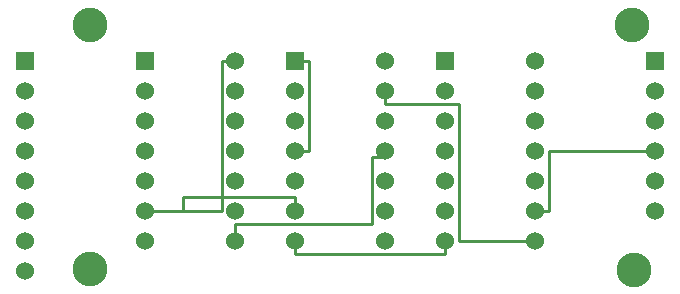
<source format=gbr>
G04 start of page 7 for group 5 idx 5 *
G04 Title: (unknown), bottom *
G04 Creator: pcb 4.2.2 *
G04 CreationDate: Mon Nov 25 01:58:05 2024 UTC *
G04 For: electronics *
G04 Format: Gerber/RS-274X *
G04 PCB-Dimensions (mil): 2500.00 1000.00 *
G04 PCB-Coordinate-Origin: lower left *
%MOIN*%
%FSLAX25Y25*%
%LNBOTTOM*%
%ADD48C,0.0280*%
%ADD47C,0.0380*%
%ADD46C,0.1100*%
%ADD45C,0.1160*%
%ADD44C,0.0600*%
%ADD43C,0.0001*%
%ADD42C,0.0100*%
G54D42*X160000Y20000D02*Y15500D01*
X160000Y15500D02*X110000D01*
X190000Y20000D02*X164500D01*
Y65500D02*Y20000D01*
X114500Y50000D02*X110000D01*
X230000D02*X194500D01*
Y30000D01*
X194500Y30000D02*X190000D01*
X164500Y65500D02*X140000D01*
Y70000D02*Y65500D01*
X140000Y48000D02*X135500D01*
X140000Y50000D02*Y48000D01*
X110000Y20000D02*Y15500D01*
X135500Y48000D02*Y25500D01*
X110000Y34500D02*Y30000D01*
X90000Y25500D02*Y20000D01*
X135500Y25500D02*X90000D01*
X72750Y34500D02*Y30000D01*
X110000Y34500D02*X72750D01*
X85500Y30000D02*X60000D01*
X85500Y80000D02*Y30000D01*
X90000Y80000D02*X85500D01*
X114500D02*X110000D01*
X114500D02*Y50000D01*
G54D43*G36*
X227000Y83000D02*Y77000D01*
X233000D01*
Y83000D01*
X227000D01*
G37*
G54D44*X230000Y70000D03*
Y60000D03*
Y50000D03*
Y40000D03*
Y30000D03*
X20000Y50000D03*
Y40000D03*
Y30000D03*
Y20000D03*
G54D43*G36*
X17000Y83000D02*Y77000D01*
X23000D01*
Y83000D01*
X17000D01*
G37*
G54D44*X20000Y70000D03*
Y60000D03*
Y10000D03*
G54D43*G36*
X57000Y83000D02*Y77000D01*
X63000D01*
Y83000D01*
X57000D01*
G37*
G54D44*X60000Y70000D03*
Y60000D03*
Y50000D03*
X90000D03*
Y60000D03*
Y70000D03*
Y80000D03*
G54D43*G36*
X107000Y83000D02*Y77000D01*
X113000D01*
Y83000D01*
X107000D01*
G37*
G54D44*X110000Y70000D03*
X60000Y40000D03*
X90000D03*
X140000D03*
Y50000D03*
X60000Y30000D03*
Y20000D03*
X90000D03*
Y30000D03*
X140000Y20000D03*
Y30000D03*
X110000Y50000D03*
Y40000D03*
Y30000D03*
Y20000D03*
X190000D03*
Y30000D03*
Y40000D03*
Y50000D03*
Y60000D03*
Y70000D03*
Y80000D03*
X110000Y60000D03*
X140000D03*
Y70000D03*
Y80000D03*
G54D43*G36*
X157000Y83000D02*Y77000D01*
X163000D01*
Y83000D01*
X157000D01*
G37*
G54D44*X160000Y70000D03*
Y60000D03*
Y50000D03*
Y40000D03*
Y30000D03*
Y20000D03*
G54D45*X222170Y92069D03*
X222791Y10457D03*
X41464Y10679D03*
Y92132D03*
G54D46*G54D47*G54D48*M02*

</source>
